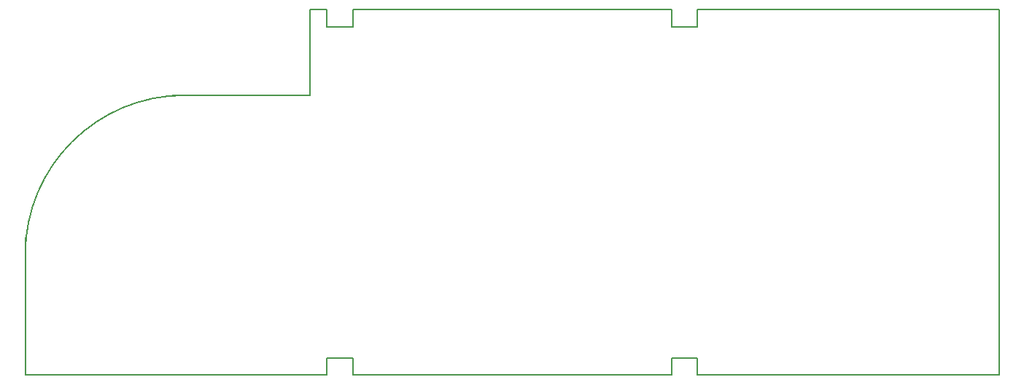
<source format=gbr>
G04 #@! TF.GenerationSoftware,KiCad,Pcbnew,5.0.2-5.fc29*
G04 #@! TF.CreationDate,2020-05-24T09:12:21-05:00*
G04 #@! TF.ProjectId,coleco_to_nes_selectable_v4,636f6c65-636f-45f7-946f-5f6e65735f73,rev?*
G04 #@! TF.SameCoordinates,Original*
G04 #@! TF.FileFunction,Profile,NP*
%FSLAX46Y46*%
G04 Gerber Fmt 4.6, Leading zero omitted, Abs format (unit mm)*
G04 Created by KiCad (PCBNEW 5.0.2-5.fc29) date Sun 24 May 2020 09:12:21 AM CDT*
%MOMM*%
%LPD*%
G01*
G04 APERTURE LIST*
%ADD10C,0.200000*%
G04 APERTURE END LIST*
D10*
X120010000Y-67520000D02*
X104010000Y-67520000D01*
X87010000Y-100020000D02*
X87010000Y-84020000D01*
X122010000Y-100020000D02*
X87010000Y-100020000D01*
X122010000Y-98020000D02*
X122010000Y-100020000D01*
X125010000Y-98020000D02*
X122010000Y-98020000D01*
X125010000Y-100020000D02*
X125010000Y-98020000D01*
X162010000Y-100020000D02*
X125010000Y-100020000D01*
X162010000Y-98020000D02*
X162010000Y-100020000D01*
X165010000Y-98020000D02*
X162010000Y-98020000D01*
X165010000Y-100020000D02*
X165010000Y-98020000D01*
X200010000Y-100020000D02*
X165010000Y-100020000D01*
X200010000Y-57520000D02*
X200010000Y-100020000D01*
X165010000Y-57520000D02*
X200010000Y-57520000D01*
X165010000Y-59520000D02*
X165010000Y-57520000D01*
X162010000Y-59520000D02*
X165010000Y-59520000D01*
X162010000Y-57520000D02*
X162010000Y-59520000D01*
X125010000Y-57520000D02*
X162010000Y-57520000D01*
X125010000Y-59520000D02*
X125010000Y-57520000D01*
X122010000Y-59520000D02*
X125010000Y-59520000D01*
X122010000Y-57520000D02*
X122010000Y-59520000D01*
X120010000Y-57520000D02*
X122010000Y-57520000D01*
X120010000Y-67520000D02*
X120010000Y-57520000D01*
X86970000Y-85980000D02*
G75*
G02X105470000Y-67480000I18500000J0D01*
G01*
M02*

</source>
